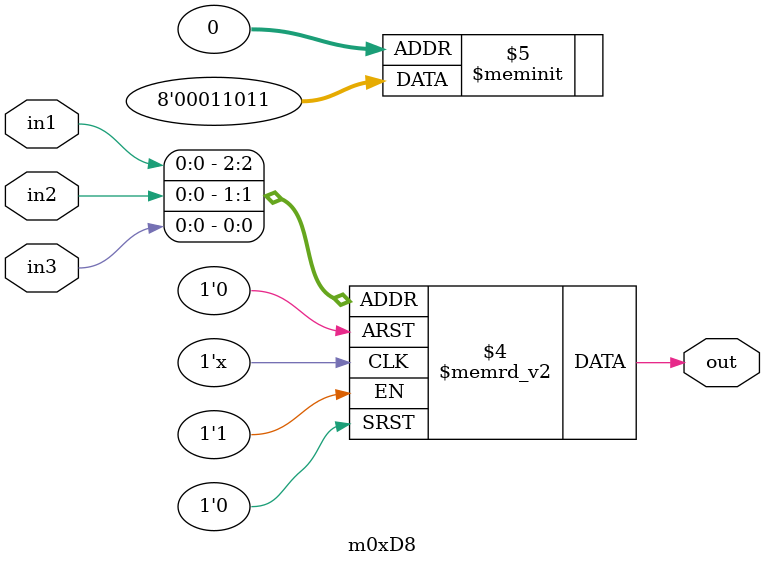
<source format=v>
module m0xD8(output out, input in1, in2, in3);

   always @(in1, in2, in3)
     begin
        case({in1, in2, in3})
          3'b000: {out} = 1'b1;
          3'b001: {out} = 1'b1;
          3'b010: {out} = 1'b0;
          3'b011: {out} = 1'b1;
          3'b100: {out} = 1'b1;
          3'b101: {out} = 1'b0;
          3'b110: {out} = 1'b0;
          3'b111: {out} = 1'b0;
        endcase // case ({in1, in2, in3})
     end // always @ (in1, in2, in3)

endmodule // m0xD8
</source>
